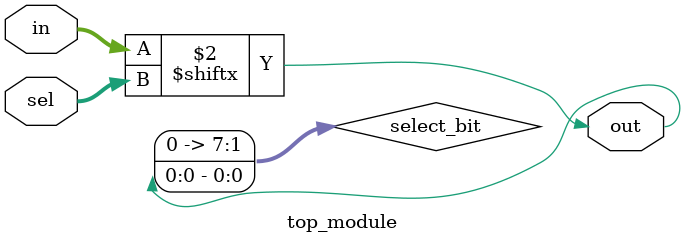
<source format=sv>
module top_module (
	input [255:0] in,
	input [7:0] sel,
	output  out
);
	
	reg [7:0] select_bit;
	always @(sel)
		select_bit = in[sel];
		
	assign out = select_bit;
	
endmodule

</source>
